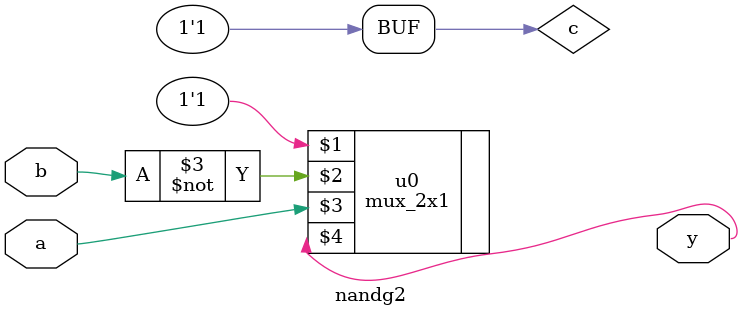
<source format=v>
`include "mux_2x1.v" 
module nandg2(a,b,y);
input a,b;
wire c;
output y;
// mux_2x1(i0, i1, sel, y);

assign c=a|(~a);

mux_2x1 u0(c,~b,a,y);

endmodule

</source>
